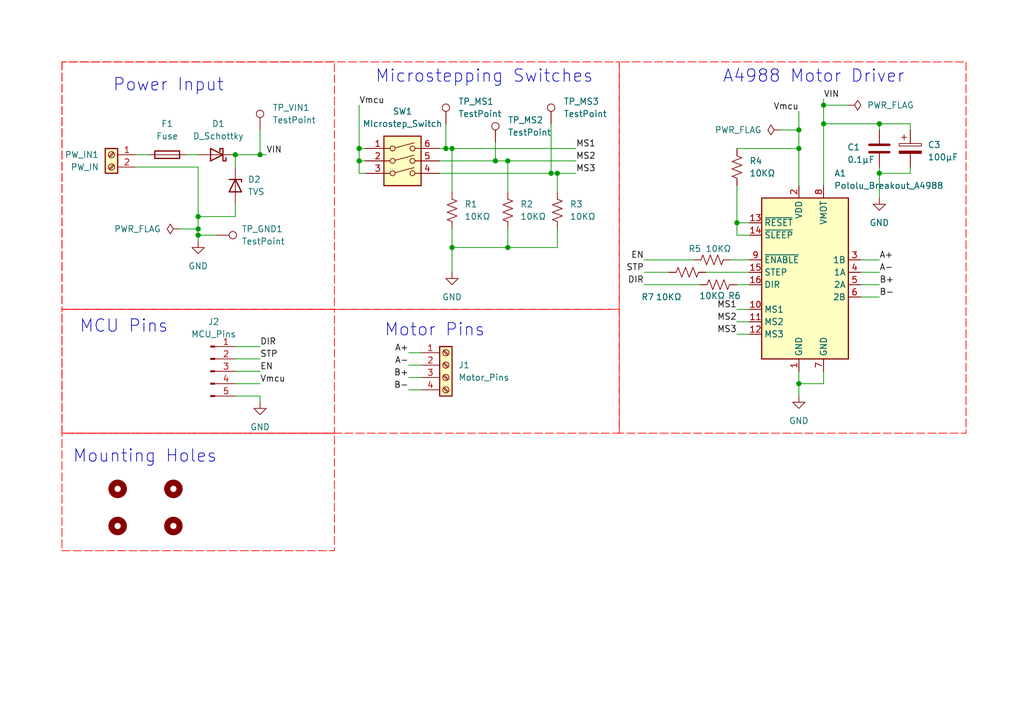
<source format=kicad_sch>
(kicad_sch (version 20250114) (generator "eeschema") (generator_version "9.0")
  (paper "A5")
  (lib_symbols
    (symbol "Connector:Conn_01x05_Pin" (pin_names (offset 1.016) (hide yes))
      (property "Reference" "J" (at 0 7.62 0))
      (property "Value" "Conn_01x05_Pin" (at 0 -7.62 0))
      (symbol "Conn_01x05_Pin_1_1"
        (rectangle (start 0.8636 5.207) (end 0 4.953) (stroke (width 0.1524)) (fill (type outline)))
        (rectangle (start 0.8636 2.667) (end 0 2.413) (stroke (width 0.1524)) (fill (type outline)))
        (rectangle (start 0.8636 0.127) (end 0 -0.127) (stroke (width 0.1524)) (fill (type outline)))
        (rectangle (start 0.8636 -2.413) (end 0 -2.667) (stroke (width 0.1524)) (fill (type outline)))
        (rectangle (start 0.8636 -4.953) (end 0 -5.207) (stroke (width 0.1524)) (fill (type outline)))
        (polyline (pts (xy 1.27 5.08) (xy 0.8636 5.08)) (stroke (width 0.1524)))
        (polyline (pts (xy 1.27 2.54) (xy 0.8636 2.54)) (stroke (width 0.1524)))
        (polyline (pts (xy 1.27 0) (xy 0.8636 0)) (stroke (width 0.1524)))
        (polyline (pts (xy 1.27 -2.54) (xy 0.8636 -2.54)) (stroke (width 0.1524)))
        (polyline (pts (xy 1.27 -5.08) (xy 0.8636 -5.08)) (stroke (width 0.1524)))
        (pin passive line (at 5.08 5.08 180) (length 3.81) (name "Pin_1") (number "1"))
        (pin passive line (at 5.08 2.54 180) (length 3.81) (name "Pin_2") (number "2"))
        (pin passive line (at 5.08 0 180) (length 3.81) (name "Pin_3") (number "3"))
        (pin passive line (at 5.08 -2.54 180) (length 3.81) (name "Pin_4") (number "4"))
        (pin passive line (at 5.08 -5.08 180) (length 3.81) (name "Pin_5") (number "5"))
      )
    )
    (symbol "Connector:Screw_Terminal_01x02" (pin_names (offset 1.016) (hide yes))
      (property "Reference" "J" (at 0 2.54 0))
      (property "Value" "Screw_Terminal_01x02" (at 0 -5.08 0))
      (symbol "Screw_Terminal_01x02_1_1"
        (rectangle (start -1.27 1.27) (end 1.27 -3.81) (stroke (width 0.254)) (fill (type background)))
        (polyline (pts (xy -0.5334 0.3302) (xy 0.3302 -0.508)) (stroke (width 0.1524)))
        (polyline (pts (xy -0.5334 -2.2098) (xy 0.3302 -3.048)) (stroke (width 0.1524)))
        (polyline (pts (xy -0.3556 0.508) (xy 0.508 -0.3302)) (stroke (width 0.1524)))
        (polyline (pts (xy -0.3556 -2.032) (xy 0.508 -2.8702)) (stroke (width 0.1524)))
        (circle (center 0 0) (radius 0.635) (stroke (width 0.1524)))
        (circle (center 0 -2.54) (radius 0.635) (stroke (width 0.1524)))
        (pin passive line (at -5.08 0 0) (length 3.81) (name "Pin_1") (number "1"))
        (pin passive line (at -5.08 -2.54 0) (length 3.81) (name "Pin_2") (number "2"))
      )
    )
    (symbol "Connector:Screw_Terminal_01x04" (pin_names (offset 1.016) (hide yes))
      (property "Reference" "J" (at 0 5.08 0))
      (property "Value" "Screw_Terminal_01x04" (at 0 -7.62 0))
      (symbol "Screw_Terminal_01x04_1_1"
        (rectangle (start -1.27 3.81) (end 1.27 -6.35) (stroke (width 0.254)) (fill (type background)))
        (polyline (pts (xy -0.5334 2.8702) (xy 0.3302 2.032)) (stroke (width 0.1524)))
        (polyline (pts (xy -0.5334 0.3302) (xy 0.3302 -0.508)) (stroke (width 0.1524)))
        (polyline (pts (xy -0.5334 -2.2098) (xy 0.3302 -3.048)) (stroke (width 0.1524)))
        (polyline (pts (xy -0.5334 -4.7498) (xy 0.3302 -5.588)) (stroke (width 0.1524)))
        (polyline (pts (xy -0.3556 3.048) (xy 0.508 2.2098)) (stroke (width 0.1524)))
        (polyline (pts (xy -0.3556 0.508) (xy 0.508 -0.3302)) (stroke (width 0.1524)))
        (polyline (pts (xy -0.3556 -2.032) (xy 0.508 -2.8702)) (stroke (width 0.1524)))
        (polyline (pts (xy -0.3556 -4.572) (xy 0.508 -5.4102)) (stroke (width 0.1524)))
        (circle (center 0 2.54) (radius 0.635) (stroke (width 0.1524)))
        (circle (center 0 0) (radius 0.635) (stroke (width 0.1524)))
        (circle (center 0 -2.54) (radius 0.635) (stroke (width 0.1524)))
        (circle (center 0 -5.08) (radius 0.635) (stroke (width 0.1524)))
        (pin passive line (at -5.08 2.54 0) (length 3.81) (name "Pin_1") (number "1"))
        (pin passive line (at -5.08 0 0) (length 3.81) (name "Pin_2") (number "2"))
        (pin passive line (at -5.08 -2.54 0) (length 3.81) (name "Pin_3") (number "3"))
        (pin passive line (at -5.08 -5.08 0) (length 3.81) (name "Pin_4") (number "4"))
      )
    )
    (symbol "Connector:TestPoint" (pin_numbers (hide yes)) (pin_names (offset 0.762) (hide yes))
      (property "Reference" "TP" (at 0 6.858 0))
      (property "Value" "TestPoint" (at 0 5.08 0))
      (symbol "TestPoint_0_1"
        (circle (center 0 3.302) (radius 0.762))
      )
      (symbol "TestPoint_1_1"
        (pin passive line (at 0 0 90) (length 2.54) (name "1") (number "1"))
      )
    )
    (symbol "Device:C" (pin_numbers (hide yes)) (pin_names (offset 0.254))
      (property "Reference" "C" (at 0.635 2.54 0))
      (property "Value" "C" (at 0.635 -2.54 0))
      (symbol "C_0_1"
        (polyline (pts (xy -2.032 0.762) (xy 2.032 0.762)) (stroke (width 0.508)))
        (polyline (pts (xy -2.032 -0.762) (xy 2.032 -0.762)) (stroke (width 0.508)))
      )
      (symbol "C_1_1"
        (pin passive line (at 0 3.81 270) (length 2.794) (name "~") (number "1"))
        (pin passive line (at 0 -3.81 90) (length 2.794) (name "~") (number "2"))
      )
    )
    (symbol "Device:C_Polarized" (pin_numbers (hide yes)) (pin_names (offset 0.254))
      (property "Reference" "C" (at 0.635 2.54 0))
      (property "Value" "C_Polarized" (at 0.635 -2.54 0))
      (symbol "C_Polarized_0_1"
        (rectangle (start -2.286 0.508) (end 2.286 1.016))
        (polyline (pts (xy -1.778 2.286) (xy -0.762 2.286)))
        (polyline (pts (xy -1.27 2.794) (xy -1.27 1.778)))
        (rectangle (start 2.286 -0.508) (end -2.286 -1.016) (fill (type outline)))
      )
      (symbol "C_Polarized_1_1"
        (pin passive line (at 0 3.81 270) (length 2.794) (name "~") (number "1"))
        (pin passive line (at 0 -3.81 90) (length 2.794) (name "~") (number "2"))
      )
    )
    (symbol "Device:D_Schottky" (pin_numbers (hide yes)) (pin_names (offset 1.016) (hide yes))
      (property "Reference" "D" (at 0 2.54 0))
      (property "Value" "D_Schottky" (at 0 -2.54 0))
      (symbol "D_Schottky_0_1"
        (polyline (pts (xy -1.905 0.635) (xy -1.905 1.27) (xy -1.27 1.27) (xy -1.27 -1.27) (xy -0.635 -1.27) (xy -0.635 -0.635)) (stroke (width 0.254)))
        (polyline (pts (xy 1.27 1.27) (xy 1.27 -1.27) (xy -1.27 0) (xy 1.27 1.27)) (stroke (width 0.254)))
        (polyline (pts (xy 1.27 0) (xy -1.27 0)))
      )
      (symbol "D_Schottky_1_1"
        (pin passive line (at -3.81 0 0) (length 2.54) (name "K") (number "1"))
        (pin passive line (at 3.81 0 180) (length 2.54) (name "A") (number "2"))
      )
    )
    (symbol "Device:Fuse" (pin_numbers (hide yes)) (pin_names (offset 0))
      (property "Reference" "F" (at 2.032 0 90))
      (property "Value" "Fuse" (at -1.905 0 90))
      (symbol "Fuse_0_1"
        (rectangle (start -0.762 -2.54) (end 0.762 2.54) (stroke (width 0.254)))
        (polyline (pts (xy 0 2.54) (xy 0 -2.54)))
      )
      (symbol "Fuse_1_1"
        (pin passive line (at 0 3.81 270) (length 1.27) (name "~") (number "1"))
        (pin passive line (at 0 -3.81 90) (length 1.27) (name "~") (number "2"))
      )
    )
    (symbol "Device:R_US" (pin_numbers (hide yes)) (pin_names (offset 0))
      (property "Reference" "R" (at 2.54 0 90))
      (property "Value" "R_US" (at -2.54 0 90))
      (symbol "R_US_0_1"
        (polyline (pts (xy 0 2.286) (xy 0 2.54)))
        (polyline (pts (xy 0 2.286) (xy 1.016 1.905) (xy 0 1.524) (xy -1.016 1.143) (xy 0 0.762)))
        (polyline (pts (xy 0 0.762) (xy 1.016 0.381) (xy 0 0) (xy -1.016 -0.381) (xy 0 -0.762)))
        (polyline (pts (xy 0 -0.762) (xy 1.016 -1.143) (xy 0 -1.524) (xy -1.016 -1.905) (xy 0 -2.286)))
        (polyline (pts (xy 0 -2.286) (xy 0 -2.54)))
      )
      (symbol "R_US_1_1"
        (pin passive line (at 0 3.81 270) (length 1.27) (name "~") (number "1"))
        (pin passive line (at 0 -3.81 90) (length 1.27) (name "~") (number "2"))
      )
    )
    (symbol "Diode:PTVS22VZ1USK" (pin_numbers (hide yes)) (pin_names (hide yes))
      (property "Reference" "D" (at 0 2.54 0))
      (property "Value" "PTVS22VZ1USK" (at 0 -2.54 0))
      (symbol "PTVS22VZ1USK_0_1"
        (polyline (pts (xy -1.27 -1.27) (xy -1.27 1.27) (xy -0.762 1.27)) (stroke (width 0.254)))
        (polyline (pts (xy 1.27 0) (xy -1.27 0)))
        (polyline (pts (xy 1.27 -1.27) (xy 1.27 1.27) (xy -1.27 0) (xy 1.27 -1.27)) (stroke (width 0.254)))
      )
      (symbol "PTVS22VZ1USK_1_1"
        (pin passive line (at -3.81 0 0) (length 2.54) (name "K") (number "1"))
        (pin passive line (at 3.81 0 180) (length 2.54) (name "A") (number "2"))
      )
    )
    (symbol "Driver_Motor:Pololu_Breakout_A4988"
      (property "Reference" "A" (at -2.54 19.05 0))
      (property "Value" "Pololu_Breakout_A4988" (at -2.54 16.51 0))
      (symbol "Pololu_Breakout_A4988_0_1"
        (rectangle (start 10.16 -17.78) (end -7.62 15.24) (stroke (width 0.254)) (fill (type background)))
      )
      (symbol "Pololu_Breakout_A4988_1_1"
        (pin input line (at -10.16 10.16 0) (length 2.54) (name "~{RESET}") (number "13"))
        (pin input line (at -10.16 7.62 0) (length 2.54) (name "~{SLEEP}") (number "14"))
        (pin input line (at -10.16 2.54 0) (length 2.54) (name "~{ENABLE}") (number "9"))
        (pin input line (at -10.16 0 0) (length 2.54) (name "STEP") (number "15"))
        (pin input line (at -10.16 -2.54 0) (length 2.54) (name "DIR") (number "16"))
        (pin input line (at -10.16 -7.62 0) (length 2.54) (name "MS1") (number "10"))
        (pin input line (at -10.16 -10.16 0) (length 2.54) (name "MS2") (number "11"))
        (pin input line (at -10.16 -12.7 0) (length 2.54) (name "MS3") (number "12"))
        (pin power_in line (at 0 17.78 270) (length 2.54) (name "VDD") (number "2"))
        (pin power_in line (at 0 -20.32 90) (length 2.54) (name "GND") (number "1"))
        (pin power_in line (at 5.08 17.78 270) (length 2.54) (name "VMOT") (number "8"))
        (pin power_in line (at 5.08 -20.32 90) (length 2.54) (name "GND") (number "7"))
        (pin output line (at 12.7 2.54 180) (length 2.54) (name "1B") (number "3"))
        (pin output line (at 12.7 0 180) (length 2.54) (name "1A") (number "4"))
        (pin output line (at 12.7 -2.54 180) (length 2.54) (name "2A") (number "5"))
        (pin output line (at 12.7 -5.08 180) (length 2.54) (name "2B") (number "6"))
      )
    )
    (symbol "Mechanical:MountingHole" (pin_names (offset 1.016)) (in_bom no)
      (property "Reference" "H" (at 0 5.08 0))
      (property "Value" "MountingHole" (at 0 3.175 0))
      (symbol "MountingHole_0_1"
        (circle (center 0 0) (radius 1.27) (stroke (width 1.27)))
      )
    )
    (symbol "Switch:SW_DIP_x03" (pin_names (offset 0) (hide yes))
      (property "Reference" "SW" (at 0 6.35 0))
      (property "Value" "SW_DIP_x03" (at 0 -6.35 0))
      (symbol "SW_DIP_x03_0_0"
        (circle (center -2.032 2.54) (radius 0.508))
        (circle (center -2.032 0) (radius 0.508))
        (circle (center -2.032 -2.54) (radius 0.508))
        (polyline (pts (xy -1.524 2.667) (xy 2.3622 3.7084)))
        (polyline (pts (xy -1.524 0.127) (xy 2.3622 1.1684)))
        (polyline (pts (xy -1.524 -2.413) (xy 2.3622 -1.3716)))
        (circle (center 2.032 2.54) (radius 0.508))
        (circle (center 2.032 0) (radius 0.508))
        (circle (center 2.032 -2.54) (radius 0.508))
      )
      (symbol "SW_DIP_x03_0_1"
        (rectangle (start -3.81 5.08) (end 3.81 -5.08) (stroke (width 0.254)) (fill (type background)))
      )
      (symbol "SW_DIP_x03_1_1"
        (pin passive line (at -7.62 2.54 0) (length 5.08) (name "~") (number "1"))
        (pin passive line (at -7.62 0 0) (length 5.08) (name "~") (number "2"))
        (pin passive line (at -7.62 -2.54 0) (length 5.08) (name "~") (number "3"))
        (pin passive line (at 7.62 2.54 180) (length 5.08) (name "~") (number "6"))
        (pin passive line (at 7.62 0 180) (length 5.08) (name "~") (number "5"))
        (pin passive line (at 7.62 -2.54 180) (length 5.08) (name "~") (number "4"))
      )
    )
    (symbol "power:GND" (power) (pin_numbers (hide yes)) (pin_names (offset 0) (hide yes))
      (property "Value" "GND" (at 0 -3.81 0))
      (symbol "GND_0_1"
        (polyline (pts (xy 0 0) (xy 0 -1.27) (xy 1.27 -1.27) (xy 0 -2.54) (xy -1.27 -1.27) (xy 0 -1.27)))
      )
      (symbol "GND_1_1"
        (pin power_in line (at 0 0 270) (length 0) (name "~") (number "1"))
      )
    )
    (symbol "power:PWR_FLAG" (power) (pin_numbers (hide yes)) (pin_names (offset 0) (hide yes))
      (property "Value" "PWR_FLAG" (at 0 3.81 0))
      (symbol "PWR_FLAG_0_0"
        (pin power_out line (at 0 0 90) (length 0) (name "~") (number "1"))
      )
      (symbol "PWR_FLAG_0_1"
        (polyline (pts (xy 0 0) (xy 0 1.27) (xy -1.016 1.905) (xy 0 2.54) (xy 1.016 1.905) (xy 0 1.27)))
      )
    )
  )
  (text "Microstepping Switches\n" (at 99.314 15.748 0) (effects (font (size 2.54 2.54))))
  (text "A4988 Motor Driver" (at 166.878 15.748 0) (effects (font (size 2.54 2.54))))
  (text "Mounting Holes" (at 29.718 93.726 0) (effects (font (size 2.54 2.54))))
  (text "MCU Pins" (at 25.4 67.056 0) (effects (font (size 2.54 2.54))))
  (text "Motor Pins" (at 89.154 67.818 0) (effects (font (size 2.54 2.54))))
  (text "Power Input\n" (at 34.544 17.526 0) (effects (font (size 2.54 2.54))))
  (junction (at 151.13 45.72))
  (junction (at 113.03 35.56))
  (junction (at 53.34 31.75))
  (junction (at 168.91 25.4))
  (junction (at 104.14 50.8))
  (junction (at 40.64 44.45))
  (junction (at 92.71 50.8))
  (junction (at 73.66 30.48))
  (junction (at 114.3 35.56))
  (junction (at 48.26 31.75))
  (junction (at 180.34 25.4))
  (junction (at 163.83 78.74))
  (junction (at 168.91 21.59))
  (junction (at 73.66 33.02))
  (junction (at 163.83 26.67))
  (junction (at 163.83 30.48))
  (junction (at 40.64 46.99))
  (junction (at 91.44 30.48))
  (junction (at 92.71 30.48))
  (junction (at 180.34 35.56))
  (junction (at 101.6 33.02))
  (junction (at 104.14 33.02))
  (junction (at 40.64 48.26))
  (wire (pts (xy 36.83 46.99) (xy 40.64 46.99)))
  (wire (pts (xy 186.69 25.4) (xy 180.34 25.4)))
  (wire (pts (xy 48.26 31.75) (xy 48.26 34.29)))
  (wire (pts (xy 27.94 31.75) (xy 30.48 31.75)))
  (wire (pts (xy 168.91 21.59) (xy 168.91 25.4)))
  (wire (pts (xy 186.69 34.29) (xy 186.69 35.56)))
  (wire (pts (xy 168.91 78.74) (xy 163.83 78.74)))
  (wire (pts (xy 40.64 44.45) (xy 40.64 34.29)))
  (wire (pts (xy 48.26 81.28) (xy 53.34 81.28)))
  (wire (pts (xy 180.34 35.56) (xy 180.34 40.64)))
  (wire (pts (xy 163.83 30.48) (xy 151.13 30.48)))
  (wire (pts (xy 151.13 68.58) (xy 153.67 68.58)))
  (wire (pts (xy 40.64 46.99) (xy 40.64 44.45)))
  (wire (pts (xy 114.3 35.56) (xy 114.3 39.37)))
  (wire (pts (xy 48.26 41.91) (xy 48.26 44.45)))
  (wire (pts (xy 168.91 21.59) (xy 173.99 21.59)))
  (wire (pts (xy 114.3 35.56) (xy 118.11 35.56)))
  (wire (pts (xy 176.53 60.96) (xy 180.34 60.96)))
  (wire (pts (xy 160.02 26.67) (xy 163.83 26.67)))
  (wire (pts (xy 114.3 50.8) (xy 104.14 50.8)))
  (wire (pts (xy 168.91 20.32) (xy 168.91 21.59)))
  (wire (pts (xy 91.44 25.4) (xy 91.44 30.48)))
  (wire (pts (xy 83.82 72.39) (xy 86.36 72.39)))
  (wire (pts (xy 180.34 26.67) (xy 180.34 25.4)))
  (wire (pts (xy 168.91 25.4) (xy 168.91 38.1)))
  (wire (pts (xy 40.64 48.26) (xy 44.45 48.26)))
  (wire (pts (xy 92.71 39.37) (xy 92.71 30.48)))
  (wire (pts (xy 48.26 71.12) (xy 53.34 71.12)))
  (wire (pts (xy 92.71 30.48) (xy 118.11 30.48)))
  (wire (pts (xy 38.1 31.75) (xy 40.64 31.75)))
  (wire (pts (xy 92.71 50.8) (xy 92.71 55.88)))
  (wire (pts (xy 83.82 77.47) (xy 86.36 77.47)))
  (wire (pts (xy 149.86 53.34) (xy 153.67 53.34)))
  (wire (pts (xy 48.26 73.66) (xy 53.34 73.66)))
  (wire (pts (xy 91.44 30.48) (xy 92.71 30.48)))
  (wire (pts (xy 40.64 34.29) (xy 27.94 34.29)))
  (wire (pts (xy 176.53 55.88) (xy 180.34 55.88)))
  (wire (pts (xy 163.83 26.67) (xy 163.83 30.48)))
  (wire (pts (xy 163.83 76.2) (xy 163.83 78.74)))
  (wire (pts (xy 151.13 48.26) (xy 153.67 48.26)))
  (wire (pts (xy 73.66 33.02) (xy 73.66 35.56)))
  (wire (pts (xy 53.34 82.55) (xy 53.34 81.28)))
  (wire (pts (xy 151.13 66.04) (xy 153.67 66.04)))
  (wire (pts (xy 90.17 35.56) (xy 113.03 35.56)))
  (wire (pts (xy 73.66 33.02) (xy 74.93 33.02)))
  (wire (pts (xy 92.71 46.99) (xy 92.71 50.8)))
  (wire (pts (xy 151.13 58.42) (xy 153.67 58.42)))
  (wire (pts (xy 74.93 30.48) (xy 73.66 30.48)))
  (wire (pts (xy 73.66 35.56) (xy 74.93 35.56)))
  (wire (pts (xy 186.69 35.56) (xy 180.34 35.56)))
  (wire (pts (xy 83.82 80.01) (xy 86.36 80.01)))
  (wire (pts (xy 176.53 58.42) (xy 180.34 58.42)))
  (wire (pts (xy 151.13 63.5) (xy 153.67 63.5)))
  (wire (pts (xy 176.53 53.34) (xy 180.34 53.34)))
  (wire (pts (xy 73.66 21.59) (xy 73.66 30.48)))
  (wire (pts (xy 104.14 46.99) (xy 104.14 50.8)))
  (wire (pts (xy 163.83 78.74) (xy 163.83 81.28)))
  (wire (pts (xy 144.78 55.88) (xy 153.67 55.88)))
  (wire (pts (xy 153.67 45.72) (xy 151.13 45.72)))
  (wire (pts (xy 151.13 38.1) (xy 151.13 45.72)))
  (wire (pts (xy 151.13 45.72) (xy 151.13 48.26)))
  (wire (pts (xy 101.6 33.02) (xy 104.14 33.02)))
  (wire (pts (xy 101.6 29.21) (xy 101.6 33.02)))
  (wire (pts (xy 104.14 33.02) (xy 118.11 33.02)))
  (wire (pts (xy 53.34 26.67) (xy 53.34 31.75)))
  (wire (pts (xy 40.64 48.26) (xy 40.64 49.53)))
  (wire (pts (xy 163.83 38.1) (xy 163.83 30.48)))
  (wire (pts (xy 132.08 55.88) (xy 137.16 55.88)))
  (wire (pts (xy 114.3 46.99) (xy 114.3 50.8)))
  (wire (pts (xy 83.82 74.93) (xy 86.36 74.93)))
  (wire (pts (xy 163.83 22.86) (xy 163.83 26.67)))
  (wire (pts (xy 132.08 58.42) (xy 143.51 58.42)))
  (wire (pts (xy 53.34 31.75) (xy 54.61 31.75)))
  (wire (pts (xy 90.17 33.02) (xy 101.6 33.02)))
  (wire (pts (xy 132.08 53.34) (xy 142.24 53.34)))
  (wire (pts (xy 48.26 44.45) (xy 40.64 44.45)))
  (wire (pts (xy 180.34 25.4) (xy 168.91 25.4)))
  (wire (pts (xy 186.69 26.67) (xy 186.69 25.4)))
  (wire (pts (xy 90.17 30.48) (xy 91.44 30.48)))
  (wire (pts (xy 104.14 50.8) (xy 92.71 50.8)))
  (wire (pts (xy 48.26 76.2) (xy 53.34 76.2)))
  (wire (pts (xy 104.14 33.02) (xy 104.14 39.37)))
  (wire (pts (xy 113.03 35.56) (xy 114.3 35.56)))
  (wire (pts (xy 180.34 34.29) (xy 180.34 35.56)))
  (wire (pts (xy 73.66 30.48) (xy 73.66 33.02)))
  (wire (pts (xy 113.03 25.4) (xy 113.03 35.56)))
  (wire (pts (xy 168.91 76.2) (xy 168.91 78.74)))
  (wire (pts (xy 48.26 78.74) (xy 53.34 78.74)))
  (wire (pts (xy 48.26 31.75) (xy 53.34 31.75)))
  (wire (pts (xy 40.64 46.99) (xy 40.64 48.26)))
  (label "MS3" (at 151.13 68.58 180))
  (label "MS1" (at 118.11 30.48 0))
  (label "Vmcu" (at 163.83 22.86 180))
  (label "MS2" (at 151.13 66.04 180))
  (label "B-" (at 83.82 80.01 180))
  (label "EN" (at 53.34 76.2 0))
  (label "A-" (at 83.82 74.93 180))
  (label "MS1" (at 151.13 63.5 180))
  (label "EN" (at 132.08 53.34 180))
  (label "A-" (at 180.34 55.88 0))
  (label "STP" (at 53.34 73.66 0))
  (label "MS3" (at 118.11 35.56 0))
  (label "MS2" (at 118.11 33.02 0))
  (label "B+" (at 83.82 77.47 180))
  (label "Vmcu" (at 73.66 21.59 0))
  (label "A+" (at 180.34 53.34 0))
  (label "DIR" (at 132.08 58.42 180))
  (label "VIN" (at 54.61 31.75 0))
  (label "STP" (at 132.08 55.88 180))
  (label "DIR" (at 53.34 71.12 0))
  (label "VIN" (at 168.91 20.32 0))
  (label "A+" (at 83.82 72.39 180))
  (label "Vmcu" (at 53.34 78.74 0))
  (label "B-" (at 180.34 60.96 0))
  (label "B+" (at 180.34 58.42 0))
  (rule_area (polyline (pts (xy 127 12.7) (xy 127 88.9) (xy 198.12 88.9) (xy 198.12 12.7)) (stroke (width 0) (type dash))))
  (rule_area (polyline (pts (xy 68.58 88.9) (xy 12.7 88.9) (xy 12.7 113.03) (xy 68.58 113.03)) (stroke (width 0) (type dash))))
  (rule_area (polyline (pts (xy 12.7 63.5) (xy 68.58 63.5) (xy 68.58 88.9) (xy 12.7 88.9)) (stroke (width 0) (type dash))))
  (rule_area (polyline (pts (xy 12.7 12.7) (xy 12.7 63.5) (xy 127 63.5) (xy 127 12.7)) (stroke (width 0) (type dash))))
  (rule_area (polyline (pts (xy 12.7 63.5) (xy 127 63.5) (xy 127 88.9) (xy 12.7 88.9)) (stroke (width 0) (type dash))))
  (rule_area (polyline (pts (xy 12.7 12.7) (xy 12.7 63.5) (xy 68.58 63.5) (xy 68.58 12.7)) (stroke (width 0) (type dash))))
  (symbol (lib_id "Connector:TestPoint") (at 44.45 48.26 270) (unit 1)
    (property "Reference" "TP_GND1" (at 49.53 46.9899 90) (effects (justify left)))
    (property "Value" "TestPoint" (at 49.53 49.5299 90) (effects (justify left)))
    (property "Footprint" "TestPoint:TestPoint_Keystone_5000-5004_Miniature" (effects (hide yes)))
    (property "Description" "test point" (effects (hide yes)))
  )
  (symbol (lib_id "power:GND") (at 163.83 81.28 0) (unit 1)
    (property "Reference" "#PWR02" (effects (hide yes)))
    (property "Value" "GND" (at 163.83 86.36 0))
    (property "Description" "Power symbol creates a global label with name \"GND\" , ground" (effects (hide yes)))
  )
  (symbol (lib_id "power:GND") (at 180.34 40.64 0) (unit 1)
    (property "Reference" "#PWR03" (effects (hide yes)))
    (property "Value" "GND" (at 180.34 45.72 0))
    (property "Description" "Power symbol creates a global label with name \"GND\" , ground" (effects (hide yes)))
  )
  (symbol (lib_id "Device:C_Polarized") (at 186.69 30.48 0) (unit 1)
    (property "Reference" "C3" (at 190.246 29.718 0) (effects (justify left)))
    (property "Value" "100µF" (at 190.246 32.258 0) (effects (justify left)))
    (property "Footprint" "Capacitor_SMD:C_0402_1005Metric" (effects (hide yes)))
    (property "Description" "Polarized capacitor" (effects (hide yes)))
  )
  (symbol (lib_id "Mechanical:MountingHole") (at 35.56 100.33 0) (unit 1) (in_bom no)
    (property "Reference" "H2" (effects (hide yes)))
    (property "Value" "MountingHole" (effects (hide yes)))
    (property "Footprint" "MountingHole:MountingHole_2.5mm_Pad" (effects (hide yes)))
    (property "Description" "Mounting Hole without connection" (effects (hide yes)))
  )
  (symbol (lib_id "power:PWR_FLAG") (at 36.83 46.99 90) (unit 1)
    (property "Reference" "#FLG02" (effects (hide yes)))
    (property "Value" "PWR_FLAG" (at 33.02 46.9899 90) (effects (justify left)))
    (property "Description" "Special symbol for telling ERC where power comes from" (effects (hide yes)))
  )
  (symbol (lib_id "Device:D_Schottky") (at 44.45 31.75 180) (unit 1)
    (property "Reference" "D1" (at 44.7675 25.4 0))
    (property "Value" "D_Schottky" (at 44.7675 27.94 0))
    (property "Footprint" "Diode_SMD:D_0603_1608Metric" (effects (hide yes)))
    (property "Description" "Schottky diode" (effects (hide yes)))
  )
  (symbol (lib_id "power:GND") (at 40.64 49.53 0) (unit 1)
    (property "Reference" "#PWR01" (effects (hide yes)))
    (property "Value" "GND" (at 40.64 54.61 0))
    (property "Description" "Power symbol creates a global label with name \"GND\" , ground" (effects (hide yes)))
  )
  (symbol (lib_id "power:GND") (at 53.34 82.55 0) (unit 1)
    (property "Reference" "#PWR04" (effects (hide yes)))
    (property "Value" "GND" (at 53.34 87.63 0))
    (property "Description" "Power symbol creates a global label with name \"GND\" , ground" (effects (hide yes)))
  )
  (symbol (lib_id "Switch:SW_DIP_x03") (at 82.55 33.02 0) (unit 1)
    (property "Reference" "SW1" (at 82.55 22.86 0))
    (property "Value" "MIcrostep_Switch" (at 82.55 25.4 0))
    (property "Footprint" "Button_Switch_SMD:SW_DIP_SPSTx03_Slide_6.7x9.18mm_W6.73mm_P2.54mm_LowProfile_JPin" (effects (hide yes)))
    (property "Description" "3x DIP Switch, Single Pole Single Throw (SPST) switch, small symbol" (effects (hide yes)))
  )
  (symbol (lib_id "Device:R_US") (at 151.13 34.29 0) (unit 1)
    (property "Reference" "R4" (at 153.67 33.0199 0) (effects (justify left)))
    (property "Value" "10KΩ" (at 153.67 35.5599 0) (effects (justify left)))
    (property "Footprint" "Resistor_SMD:R_0402_1005Metric" (effects (hide yes)))
    (property "Description" "Resistor, US symbol" (effects (hide yes)))
  )
  (symbol (lib_id "Connector:Screw_Terminal_01x04") (at 91.44 74.93 0) (unit 1)
    (property "Reference" "J1" (at 93.98 74.9299 0) (effects (justify left)))
    (property "Value" "Motor_Pins" (at 93.98 77.4699 0) (effects (justify left)))
    (property "Footprint" "Connector_JST:JST_GH_BM04B-GHS-TBT_1x04-1MP_P1.25mm_Vertical" (effects (hide yes)))
    (property "Description" "Generic screw terminal, single row, 01x04, script generated (kicad-library-utils/schlib/autogen/connector/)" (effects (hide yes)))
  )
  (symbol (lib_id "Connector:TestPoint") (at 53.34 26.67 0) (unit 1)
    (property "Reference" "TP_VIN1" (at 55.88 22.0979 0) (effects (justify left)))
    (property "Value" "TestPoint" (at 55.88 24.6379 0) (effects (justify left)))
    (property "Footprint" "TestPoint:TestPoint_Keystone_5000-5004_Miniature" (effects (hide yes)))
    (property "Description" "test point" (effects (hide yes)))
  )
  (symbol (lib_id "Diode:PTVS22VZ1USK") (at 48.26 38.1 270) (unit 1)
    (property "Reference" "D2" (at 50.8 36.8299 90) (effects (justify left)))
    (property "Value" "TVS" (at 50.8 39.3699 90) (effects (justify left)))
    (property "Footprint" "Diode_SMD:D_0603_1608Metric" (effects (hide yes)))
    (property "Datasheet" "https://assets.nexperia.com/documents/data-sheet/PTVS22VZ1USK.pdf" (effects (hide yes)))
    (property "Description" "22V, 1900W TVS unidirectional diode, DSN1608-2" (effects (hide yes)))
  )
  (symbol (lib_id "Device:Fuse") (at 34.29 31.75 90) (unit 1)
    (property "Reference" "F1" (at 34.29 25.4 90))
    (property "Value" "Fuse" (at 34.29 27.94 90))
    (property "Footprint" "Fuse:Fuse_BelFuse_0ZRE0005FF_L8.3mm_W3.8mm" (effects (hide yes)))
    (property "Description" "Fuse" (effects (hide yes)))
  )
  (symbol (lib_id "Connector:TestPoint") (at 91.44 25.4 0) (unit 1)
    (property "Reference" "TP_MS1" (at 93.98 20.8279 0) (effects (justify left)))
    (property "Value" "TestPoint" (at 93.98 23.3679 0) (effects (justify left)))
    (property "Footprint" "TestPoint:TestPoint_Keystone_5000-5004_Miniature" (effects (hide yes)))
    (property "Description" "test point" (effects (hide yes)))
  )
  (symbol (lib_id "Connector:Screw_Terminal_01x02") (at 22.86 31.75 0) (mirror y) (unit 1)
    (property "Reference" "PW_IN1" (at 20.32 31.7499 0) (effects (justify left)))
    (property "Value" "PW_IN" (at 20.32 34.2899 0) (effects (justify left)))
    (property "Footprint" "TerminalBlock_Phoenix:TerminalBlock_Phoenix_MKDS-1,5-2_1x02_P5.00mm_Horizontal" (effects (hide yes)))
    (property "Description" "Generic screw terminal, single row, 01x02, script generated (kicad-library-utils/schlib/autogen/connector/)" (effects (hide yes)))
  )
  (symbol (lib_id "Device:R_US") (at 147.32 58.42 270) (unit 1)
    (property "Reference" "R6" (at 150.622 60.706 90))
    (property "Value" "10KΩ" (at 146.05 60.706 90))
    (property "Footprint" "Resistor_SMD:R_0402_1005Metric" (effects (hide yes)))
    (property "Description" "Resistor, US symbol" (effects (hide yes)))
  )
  (symbol (lib_id "Device:R_US") (at 92.71 43.18 0) (unit 1)
    (property "Reference" "R1" (at 95.25 41.9099 0) (effects (justify left)))
    (property "Value" "10KΩ" (at 95.25 44.4499 0) (effects (justify left)))
    (property "Footprint" "Resistor_SMD:R_0402_1005Metric" (effects (hide yes)))
    (property "Description" "Resistor, US symbol" (effects (hide yes)))
  )
  (symbol (lib_id "Connector:Conn_01x05_Pin") (at 43.18 76.2 0) (unit 1)
    (property "Reference" "J2" (at 43.815 66.04 0))
    (property "Value" "MCU_Pins" (at 43.815 68.58 0))
    (property "Footprint" "Connector_PinHeader_2.54mm:PinHeader_1x05_P2.54mm_Vertical" (effects (hide yes)))
    (property "Description" "Generic connector, single row, 01x05, script generated" (effects (hide yes)))
  )
  (symbol (lib_id "power:PWR_FLAG") (at 173.99 21.59 270) (unit 1)
    (property "Reference" "#FLG03" (effects (hide yes)))
    (property "Value" "PWR_FLAG" (at 177.8 21.5899 90) (effects (justify left)))
    (property "Description" "Special symbol for telling ERC where power comes from" (effects (hide yes)))
  )
  (symbol (lib_id "Mechanical:MountingHole") (at 35.56 107.95 0) (unit 1) (in_bom no)
    (property "Reference" "H4" (effects (hide yes)))
    (property "Value" "MountingHole" (effects (hide yes)))
    (property "Footprint" "MountingHole:MountingHole_2.5mm_Pad" (effects (hide yes)))
    (property "Description" "Mounting Hole without connection" (effects (hide yes)))
  )
  (symbol (lib_id "Device:C") (at 180.34 30.48 0) (unit 1)
    (property "Reference" "C1" (at 173.736 30.226 0) (effects (justify left)))
    (property "Value" "0.1µF" (at 173.736 32.766 0) (effects (justify left)))
    (property "Footprint" "Capacitor_SMD:C_0402_1005Metric" (effects (hide yes)))
    (property "Description" "Unpolarized capacitor" (effects (hide yes)))
  )
  (symbol (lib_id "Device:R_US") (at 114.3 43.18 0) (unit 1)
    (property "Reference" "R3" (at 116.84 41.9099 0) (effects (justify left)))
    (property "Value" "10KΩ" (at 116.84 44.4499 0) (effects (justify left)))
    (property "Footprint" "Resistor_SMD:R_0402_1005Metric" (effects (hide yes)))
    (property "Description" "Resistor, US symbol" (effects (hide yes)))
  )
  (symbol (lib_id "Mechanical:MountingHole") (at 24.13 100.33 0) (unit 1) (in_bom no)
    (property "Reference" "H1" (effects (hide yes)))
    (property "Value" "MountingHole" (effects (hide yes)))
    (property "Footprint" "MountingHole:MountingHole_2.5mm_Pad" (effects (hide yes)))
    (property "Description" "Mounting Hole without connection" (effects (hide yes)))
  )
  (symbol (lib_id "Driver_Motor:Pololu_Breakout_A4988") (at 163.83 55.88 0) (unit 1)
    (property "Reference" "A1" (at 171.0533 35.56 0) (effects (justify left)))
    (property "Value" "Pololu_Breakout_A4988" (at 171.0533 38.1 0) (effects (justify left)))
    (property "Footprint" "Module:Pololu_Breakout-16_15.2x20.3mm" (effects (hide yes)))
    (property "Datasheet" "https://www.pololu.com/product/2980/pictures" (effects (hide yes)))
    (property "Description" "Pololu Breakout Board, Stepper Driver A4988" (effects (hide yes)))
  )
  (symbol (lib_id "Connector:TestPoint") (at 101.6 29.21 0) (unit 1)
    (property "Reference" "TP_MS2" (at 104.14 24.6379 0) (effects (justify left)))
    (property "Value" "TestPoint" (at 104.14 27.1779 0) (effects (justify left)))
    (property "Footprint" "TestPoint:TestPoint_Keystone_5000-5004_Miniature" (effects (hide yes)))
    (property "Description" "test point" (effects (hide yes)))
  )
  (symbol (lib_id "Device:R_US") (at 140.97 55.88 90) (unit 1)
    (property "Reference" "R7" (at 132.842 60.96 90))
    (property "Value" "10KΩ" (at 137.16 60.96 90))
    (property "Footprint" "Resistor_SMD:R_0402_1005Metric" (effects (hide yes)))
    (property "Description" "Resistor, US symbol" (effects (hide yes)))
  )
  (symbol (lib_id "Connector:TestPoint") (at 113.03 25.4 0) (unit 1)
    (property "Reference" "TP_MS3" (at 115.57 20.8279 0) (effects (justify left)))
    (property "Value" "TestPoint" (at 115.57 23.3679 0) (effects (justify left)))
    (property "Footprint" "TestPoint:TestPoint_Keystone_5000-5004_Miniature" (effects (hide yes)))
    (property "Description" "test point" (effects (hide yes)))
  )
  (symbol (lib_id "Mechanical:MountingHole") (at 24.13 107.95 0) (unit 1) (in_bom no)
    (property "Reference" "H3" (effects (hide yes)))
    (property "Value" "MountingHole" (effects (hide yes)))
    (property "Footprint" "MountingHole:MountingHole_2.5mm_Pad" (effects (hide yes)))
    (property "Description" "Mounting Hole without connection" (effects (hide yes)))
  )
  (symbol (lib_id "Device:R_US") (at 104.14 43.18 0) (unit 1)
    (property "Reference" "R2" (at 106.68 41.9099 0) (effects (justify left)))
    (property "Value" "10KΩ" (at 106.68 44.4499 0) (effects (justify left)))
    (property "Footprint" "Resistor_SMD:R_0402_1005Metric" (effects (hide yes)))
    (property "Description" "Resistor, US symbol" (effects (hide yes)))
  )
  (symbol (lib_id "power:GND") (at 92.71 55.88 0) (unit 1)
    (property "Reference" "#PWR05" (effects (hide yes)))
    (property "Value" "GND" (at 92.71 60.96 0))
    (property "Description" "Power symbol creates a global label with name \"GND\" , ground" (effects (hide yes)))
  )
  (symbol (lib_id "Device:R_US") (at 146.05 53.34 90) (unit 1)
    (property "Reference" "R5" (at 142.494 51.054 90))
    (property "Value" "10KΩ" (at 147.32 51.054 90))
    (property "Footprint" "Resistor_SMD:R_0402_1005Metric" (effects (hide yes)))
    (property "Description" "Resistor, US symbol" (effects (hide yes)))
  )
  (symbol (lib_id "power:PWR_FLAG") (at 160.02 26.67 90) (unit 1)
    (property "Reference" "#FLG01" (effects (hide yes)))
    (property "Value" "PWR_FLAG" (at 156.21 26.6699 90) (effects (justify left)))
    (property "Description" "Special symbol for telling ERC where power comes from" (effects (hide yes)))
  )
)
</source>
